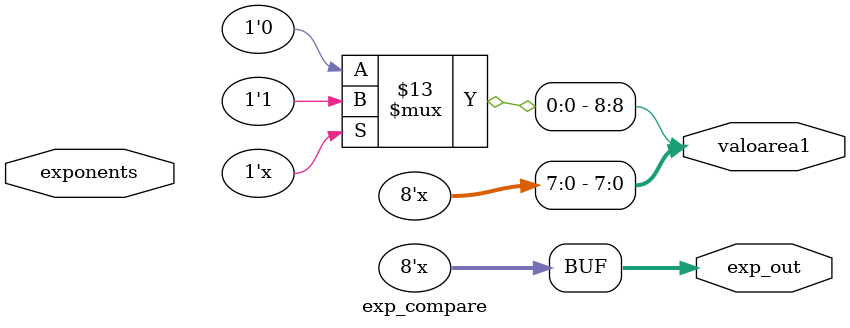
<source format=v>
`timescale 1ns / 1ps


module exp_compare(
    input [15:0] exponents,
    output reg [8:0] valoarea1,
    output reg [7:0] exp_out
    );
    reg [7:0]exp_a , exp_b;
    
    always@(*)
    begin
        exp_a <= exponents[15:8] - 127;
        exp_b <= exponents[7:0] - 127;
        if($signed(exp_a) > $signed(exp_b))
        begin
            valoarea1[8] = 1;
            valoarea1[7:0] <= exp_a[7:0] - exp_b[7:0];
            exp_out <= exp_a;
        end
        else 
        begin
            valoarea1[8] = 0;
            valoarea1[7:0] = exp_b[7:0] - exp_a[7:0];
            exp_out <= exp_b;
        end
    end
endmodule

</source>
